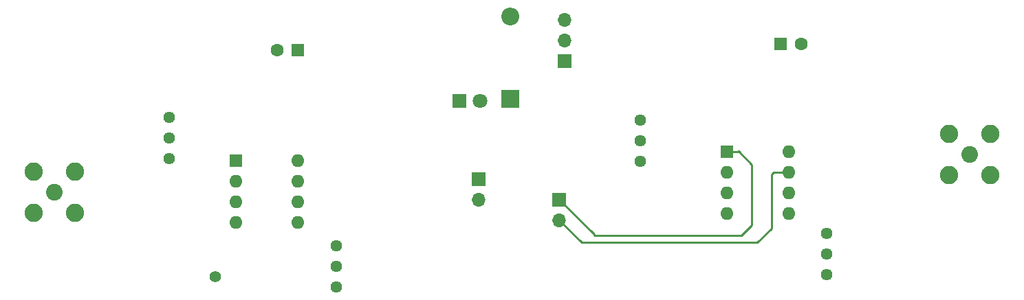
<source format=gbr>
%TF.GenerationSoftware,KiCad,Pcbnew,(6.0.7)*%
%TF.CreationDate,2023-01-05T20:50:53-05:00*%
%TF.ProjectId,Phoenix612_Stage_1_PA_Testing_v1,50686f65-6e69-4783-9631-325f53746167,rev?*%
%TF.SameCoordinates,Original*%
%TF.FileFunction,Copper,L2,Bot*%
%TF.FilePolarity,Positive*%
%FSLAX46Y46*%
G04 Gerber Fmt 4.6, Leading zero omitted, Abs format (unit mm)*
G04 Created by KiCad (PCBNEW (6.0.7)) date 2023-01-05 20:50:53*
%MOMM*%
%LPD*%
G01*
G04 APERTURE LIST*
%TA.AperFunction,ComponentPad*%
%ADD10R,2.200000X2.200000*%
%TD*%
%TA.AperFunction,ComponentPad*%
%ADD11O,2.200000X2.200000*%
%TD*%
%TA.AperFunction,ComponentPad*%
%ADD12C,1.400000*%
%TD*%
%TA.AperFunction,ComponentPad*%
%ADD13R,1.700000X1.700000*%
%TD*%
%TA.AperFunction,ComponentPad*%
%ADD14O,1.700000X1.700000*%
%TD*%
%TA.AperFunction,ComponentPad*%
%ADD15R,1.600000X1.600000*%
%TD*%
%TA.AperFunction,ComponentPad*%
%ADD16O,1.600000X1.600000*%
%TD*%
%TA.AperFunction,ComponentPad*%
%ADD17C,1.440000*%
%TD*%
%TA.AperFunction,ComponentPad*%
%ADD18C,1.600000*%
%TD*%
%TA.AperFunction,ComponentPad*%
%ADD19C,2.050000*%
%TD*%
%TA.AperFunction,ComponentPad*%
%ADD20C,2.250000*%
%TD*%
%TA.AperFunction,ComponentPad*%
%ADD21R,1.800000X1.800000*%
%TD*%
%TA.AperFunction,ComponentPad*%
%ADD22C,1.800000*%
%TD*%
%TA.AperFunction,Conductor*%
%ADD23C,0.250000*%
%TD*%
G04 APERTURE END LIST*
D10*
%TO.P,D1,1,K*%
%TO.N,TX12V*%
X79616300Y-33464500D03*
D11*
%TO.P,D1,2,A*%
%TO.N,Net-(D1-Pad2)*%
X79616300Y-23304500D03*
%TD*%
D12*
%TO.P,TP1,1,1*%
%TO.N,Net-(R8-Pad2)*%
X43345100Y-55435500D03*
%TD*%
D13*
%TO.P,J3,1,Pin_1*%
%TO.N,Net-(R14-Pad2)*%
X85661500Y-45905500D03*
D14*
%TO.P,J3,2,Pin_2*%
%TO.N,Net-(R17-Pad1)*%
X85661500Y-48445500D03*
%TD*%
D15*
%TO.P,U1,1,OutA*%
%TO.N,Net-(R8-Pad2)*%
X45844300Y-41145300D03*
D16*
%TO.P,U1,2,InA-*%
%TO.N,Net-(R8-Pad1)*%
X45844300Y-43685300D03*
%TO.P,U1,3,InA+*%
%TO.N,Net-(R3-Pad2)*%
X45844300Y-46225300D03*
%TO.P,U1,4,V-*%
%TO.N,GND*%
X45844300Y-48765300D03*
%TO.P,U1,5,InB+*%
%TO.N,Net-(R9-Pad2)*%
X53464300Y-48765300D03*
%TO.P,U1,6,InB-*%
%TO.N,Net-(R11-Pad2)*%
X53464300Y-46225300D03*
%TO.P,U1,7,OutB*%
%TO.N,Net-(R11-Pad1)*%
X53464300Y-43685300D03*
%TO.P,U1,8,V+*%
%TO.N,Net-(C2-Pad1)*%
X53464300Y-41145300D03*
%TD*%
D13*
%TO.P,J2,1,Pin_1*%
%TO.N,Net-(R11-Pad1)*%
X75730100Y-43390900D03*
D14*
%TO.P,J2,2,Pin_2*%
%TO.N,Net-(R14-Pad2)*%
X75730100Y-45930900D03*
%TD*%
D17*
%TO.P,RV3,1,1*%
%TO.N,Net-(R14-Pad1)*%
X95643700Y-41170700D03*
%TO.P,RV3,2,2*%
%TO.N,Net-(R13-Pad1)*%
X95643700Y-38630700D03*
%TO.P,RV3,3,3*%
X95643700Y-36090700D03*
%TD*%
%TO.P,RV2,1,1*%
%TO.N,Net-(R11-Pad2)*%
X58204100Y-51625500D03*
%TO.P,RV2,2,2*%
%TO.N,Net-(R10-Pad1)*%
X58204100Y-54165500D03*
%TO.P,RV2,3,3*%
X58204100Y-56705500D03*
%TD*%
%TO.P,RV1,1,1*%
%TO.N,Net-(R8-Pad1)*%
X37655500Y-40881300D03*
%TO.P,RV1,2,2*%
%TO.N,Net-(R6-Pad1)*%
X37655500Y-38341300D03*
%TO.P,RV1,3,3*%
X37655500Y-35801300D03*
%TD*%
D15*
%TO.P,C9,1*%
%TO.N,Net-(C10-Pad1)*%
X112931449Y-26758900D03*
D18*
%TO.P,C9,2*%
%TO.N,GND*%
X115431449Y-26758900D03*
%TD*%
D13*
%TO.P,J4,1,Pin_1*%
%TO.N,GND*%
X86296500Y-28841700D03*
D14*
%TO.P,J4,2,Pin_2*%
%TO.N,Net-(D1-Pad2)*%
X86296500Y-26301700D03*
%TO.P,J4,3,Pin_3*%
%TO.N,GND*%
X86296500Y-23761700D03*
%TD*%
D17*
%TO.P,RV4,1,1*%
%TO.N,Net-(R17-Pad2)*%
X118554500Y-50126900D03*
%TO.P,RV4,2,2*%
%TO.N,Net-(R16-Pad1)*%
X118554500Y-52666900D03*
%TO.P,RV4,3,3*%
X118554500Y-55206900D03*
%TD*%
D19*
%TO.P,J1,1,In*%
%TO.N,Net-(C6-Pad1)*%
X23482300Y-44996100D03*
D20*
%TO.P,J1,2,Ext*%
%TO.N,GND*%
X26022300Y-42456100D03*
X20942300Y-42456100D03*
X20942300Y-47536100D03*
X26022300Y-47536100D03*
%TD*%
D21*
%TO.P,D2,1,K*%
%TO.N,Net-(D2-Pad1)*%
X73337500Y-33718500D03*
D22*
%TO.P,D2,2,A*%
%TO.N,TX12V*%
X75877500Y-33718500D03*
%TD*%
D19*
%TO.P,J5,1,In*%
%TO.N,Net-(J5-Pad1)*%
X136232900Y-40347900D03*
D20*
%TO.P,J5,2,Ext*%
%TO.N,GND*%
X133692900Y-37807900D03*
X133692900Y-42887900D03*
X138772900Y-37807900D03*
X138772900Y-42887900D03*
%TD*%
D15*
%TO.P,U2,1,OutA*%
%TO.N,Net-(R14-Pad2)*%
X106296300Y-40027700D03*
D16*
%TO.P,U2,2,InA-*%
%TO.N,Net-(R14-Pad1)*%
X106296300Y-42567700D03*
%TO.P,U2,3,InA+*%
%TO.N,Net-(U2-Pad3)*%
X106296300Y-45107700D03*
%TO.P,U2,4,V-*%
%TO.N,GND*%
X106296300Y-47647700D03*
%TO.P,U2,5,InB+*%
%TO.N,Net-(R15-Pad2)*%
X113916300Y-47647700D03*
%TO.P,U2,6,InB-*%
%TO.N,Net-(R17-Pad2)*%
X113916300Y-45107700D03*
%TO.P,U2,7,OutB*%
%TO.N,Net-(R17-Pad1)*%
X113916300Y-42567700D03*
%TO.P,U2,8,V+*%
%TO.N,Net-(C10-Pad1)*%
X113916300Y-40027700D03*
%TD*%
D15*
%TO.P,C3,1*%
%TO.N,Net-(C2-Pad1)*%
X53463951Y-27520900D03*
D18*
%TO.P,C3,2*%
%TO.N,GND*%
X50963951Y-27520900D03*
%TD*%
D23*
%TO.N,Net-(R14-Pad2)*%
X89954100Y-50198100D02*
X89954100Y-50380900D01*
X107647900Y-40027700D02*
X106296300Y-40027700D01*
X109385100Y-41592500D02*
X107734100Y-39941500D01*
X85661500Y-45905500D02*
X89954100Y-50198100D01*
X109385100Y-49060100D02*
X109385100Y-41592500D01*
X107734100Y-39941500D02*
X107647900Y-40027700D01*
X108064300Y-50380900D02*
X109385100Y-49060100D01*
X89954100Y-50380900D02*
X108064300Y-50380900D01*
%TO.N,Net-(R17-Pad1)*%
X111823500Y-49466500D02*
X111823500Y-42786300D01*
X88435100Y-51219100D02*
X110070900Y-51219100D01*
X85661500Y-48445500D02*
X88435100Y-51219100D01*
X110070900Y-51219100D02*
X111823500Y-49466500D01*
X112042100Y-42567700D02*
X113916300Y-42567700D01*
X111823500Y-42786300D02*
X112042100Y-42567700D01*
%TD*%
M02*

</source>
